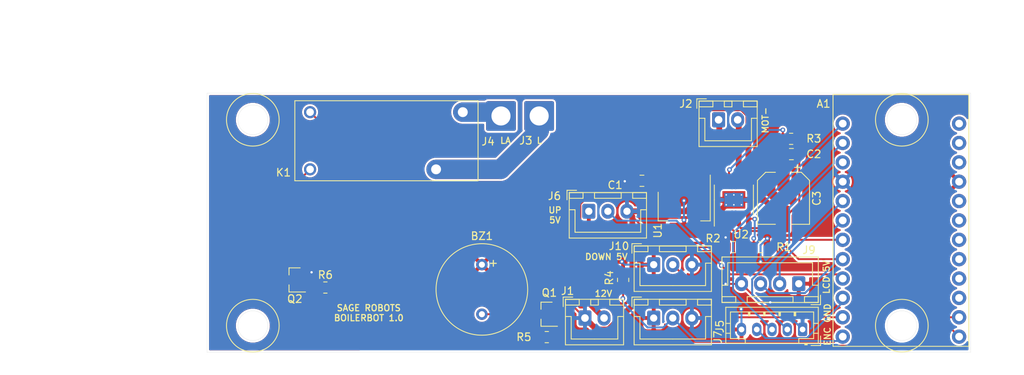
<source format=kicad_pcb>
(kicad_pcb (version 20171130) (host pcbnew "(5.1.9)-1")
  (layers (0 F.Cu signal) (31 B.Cu signal) (34 B.Paste user) (35 F.Paste user) (36 B.SilkS user) (37 F.SilkS user) (38 B.Mask user) (39 F.Mask user) (44 Edge.Cuts user))
  (net 0 "")
  (net 1 "Net-(A1-Pad24)")
  (net 2 "Net-(A1-Pad23)")
  (net 3 "Net-(A1-Pad22)")
  (net 4 +5V)
  (net 5 "Net-(A1-Pad20)")
  (net 6 "Net-(A1-Pad19)")
  (net 7 "Net-(A1-Pad18)")
  (net 8 "Net-(A1-Pad17)")
  (net 9 "Net-(A1-Pad16)")
  (net 10 "Net-(A1-Pad15)")
  (net 11 BUZZ)
  (net 12 HEAT)
  (net 13 MOT2)
  (net 14 MOT1)
  (net 15 PB)
  (net 16 TEMP)
  (net 17 DOWN)
  (net 18 UP)
  (net 19 SCL)
  (net 20 SDA)
  (net 21 GND)
  (net 22 "Net-(A1-Pad3)")
  (net 23 ENCB)
  (net 24 ENCA)
  (net 25 "Net-(BZ1-Pad2)")
  (net 26 +12V)
  (net 27 L)
  (net 28 LA)
  (net 29 "Net-(K1-Pad6)")
  (net 30 "Net-(R1-Pad2)")
  (net 31 RS)
  (net 32 "Net-(J2-Pad2)")
  (net 33 "Net-(J2-Pad1)")
  (net 34 "Net-(Q1-Pad1)")
  (net 35 "Net-(Q2-Pad1)")
  (module Connector_Wire:SolderWire-2sqmm_1x01_D2mm_OD3.9mm (layer F.Cu) (at 116.5 51)
    (fp_text reference J4 (at -1.692 3.356) (layer F.SilkS))
    (fp_text value Conn_01x01_Male)
    (pad 1 thru_hole roundrect (at 0 0) (size 3.9 3.9) (drill 2.5) (layers *.Cu *.Mask) (roundrect_rratio 0.06410282051282051) (net 28 LA))
  )
  (module Connector_Wire:SolderWire-2sqmm_1x01_D2mm_OD3.9mm (layer F.Cu) (at 121.5 51)
    (fp_text reference J3 (at -1.739 3.229) (layer F.SilkS))
    (fp_text value Conn_01x01_Male)
    (pad 1 thru_hole roundrect (at 0 0) (size 3.9 3.9) (drill 2.5) (layers *.Cu *.Mask) (roundrect_rratio 0.06410282051282051) (net 27 L))
  )
  (module Resistor_SMD:R_0805_2012Metric_Pad1.20x1.40mm_HandSolder (layer F.Cu) (at 93.5 73.5)
    (fp_text reference R6 (at 0 -1.65) (layer F.SilkS))
    (fp_text value 100)
    (fp_line (start -0.227064 -0.735) (end 0.227064 -0.735) (layer F.SilkS) (width 0.12))
    (fp_line (start -0.227064 0.735) (end 0.227064 0.735) (layer F.SilkS) (width 0.12))
    (pad 2 smd roundrect (at 1 0) (size 1.2 1.4) (layers F.Cu F.Paste F.Mask) (roundrect_rratio 0.2083325) (net 12 HEAT))
    (pad 1 smd roundrect (at -1 0) (size 1.2 1.4) (layers F.Cu F.Paste F.Mask) (roundrect_rratio 0.2083325) (net 35 "Net-(Q2-Pad1)"))
  )
  (module Resistor_SMD:R_0805_2012Metric_Pad1.20x1.40mm_HandSolder (layer F.Cu) (at 122.5 80)
    (fp_text reference R5 (at -3 0) (layer F.SilkS))
    (fp_text value 100)
    (fp_line (start -0.227064 -0.735) (end 0.227064 -0.735) (layer F.SilkS) (width 0.12))
    (fp_line (start -0.227064 0.735) (end 0.227064 0.735) (layer F.SilkS) (width 0.12))
    (pad 2 smd roundrect (at 1 0) (size 1.2 1.4) (layers F.Cu F.Paste F.Mask) (roundrect_rratio 0.2083325) (net 11 BUZZ))
    (pad 1 smd roundrect (at -1 0) (size 1.2 1.4) (layers F.Cu F.Paste F.Mask) (roundrect_rratio 0.2083325) (net 34 "Net-(Q1-Pad1)"))
  )
  (module Connector_JST:JST_XH_B2B-XH-A_1x02_P2.50mm_Vertical (layer F.Cu) (at 145 51.5)
    (fp_text reference J2 (at -4.284 -2.097) (layer F.SilkS))
    (fp_text value Conn_01x02_Male)
    (fp_line (start -2.56 -2.46) (end -2.56 3.51) (layer F.SilkS) (width 0.12))
    (fp_line (start -2.56 3.51) (end 5.06 3.51) (layer F.SilkS) (width 0.12))
    (fp_line (start 5.06 3.51) (end 5.06 -2.46) (layer F.SilkS) (width 0.12))
    (fp_line (start 5.06 -2.46) (end -2.56 -2.46) (layer F.SilkS) (width 0.12))
    (fp_line (start 0.75 -2.45) (end 0.75 -1.7) (layer F.SilkS) (width 0.12))
    (fp_line (start 0.75 -1.7) (end 1.75 -1.7) (layer F.SilkS) (width 0.12))
    (fp_line (start 1.75 -1.7) (end 1.75 -2.45) (layer F.SilkS) (width 0.12))
    (fp_line (start 1.75 -2.45) (end 0.75 -2.45) (layer F.SilkS) (width 0.12))
    (fp_line (start -2.55 -2.45) (end -2.55 -1.7) (layer F.SilkS) (width 0.12))
    (fp_line (start -2.55 -1.7) (end -0.75 -1.7) (layer F.SilkS) (width 0.12))
    (fp_line (start -0.75 -1.7) (end -0.75 -2.45) (layer F.SilkS) (width 0.12))
    (fp_line (start -0.75 -2.45) (end -2.55 -2.45) (layer F.SilkS) (width 0.12))
    (fp_line (start 3.25 -2.45) (end 3.25 -1.7) (layer F.SilkS) (width 0.12))
    (fp_line (start 3.25 -1.7) (end 5.05 -1.7) (layer F.SilkS) (width 0.12))
    (fp_line (start 5.05 -1.7) (end 5.05 -2.45) (layer F.SilkS) (width 0.12))
    (fp_line (start 5.05 -2.45) (end 3.25 -2.45) (layer F.SilkS) (width 0.12))
    (fp_line (start -2.55 -0.2) (end -1.8 -0.2) (layer F.SilkS) (width 0.12))
    (fp_line (start -1.8 -0.2) (end -1.8 2.75) (layer F.SilkS) (width 0.12))
    (fp_line (start -1.8 2.75) (end 1.25 2.75) (layer F.SilkS) (width 0.12))
    (fp_line (start 5.05 -0.2) (end 4.3 -0.2) (layer F.SilkS) (width 0.12))
    (fp_line (start 4.3 -0.2) (end 4.3 2.75) (layer F.SilkS) (width 0.12))
    (fp_line (start 4.3 2.75) (end 1.25 2.75) (layer F.SilkS) (width 0.12))
    (fp_line (start -1.6 -2.75) (end -2.85 -2.75) (layer F.SilkS) (width 0.12))
    (fp_line (start -2.85 -2.75) (end -2.85 -1.5) (layer F.SilkS) (width 0.12))
    (pad 2 thru_hole oval (at 2.5 0) (size 1.7 2) (drill 1) (layers *.Cu *.Mask) (net 32 "Net-(J2-Pad2)"))
    (pad 1 thru_hole roundrect (at 0 0) (size 1.7 2) (drill 1) (layers *.Cu *.Mask) (roundrect_rratio 0.1470588235294118) (net 33 "Net-(J2-Pad1)"))
  )
  (module Connector_JST:JST_XH_B2B-XH-A_1x02_P2.50mm_Vertical (layer F.Cu) (at 127.5 77.5)
    (fp_text reference J1 (at -2.278 -3.55) (layer F.SilkS))
    (fp_text value Conn_01x02_Male)
    (fp_line (start -2.56 -2.46) (end -2.56 3.51) (layer F.SilkS) (width 0.12))
    (fp_line (start -2.56 3.51) (end 5.06 3.51) (layer F.SilkS) (width 0.12))
    (fp_line (start 5.06 3.51) (end 5.06 -2.46) (layer F.SilkS) (width 0.12))
    (fp_line (start 5.06 -2.46) (end -2.56 -2.46) (layer F.SilkS) (width 0.12))
    (fp_line (start 0.75 -2.45) (end 0.75 -1.7) (layer F.SilkS) (width 0.12))
    (fp_line (start 0.75 -1.7) (end 1.75 -1.7) (layer F.SilkS) (width 0.12))
    (fp_line (start 1.75 -1.7) (end 1.75 -2.45) (layer F.SilkS) (width 0.12))
    (fp_line (start 1.75 -2.45) (end 0.75 -2.45) (layer F.SilkS) (width 0.12))
    (fp_line (start -2.55 -2.45) (end -2.55 -1.7) (layer F.SilkS) (width 0.12))
    (fp_line (start -2.55 -1.7) (end -0.75 -1.7) (layer F.SilkS) (width 0.12))
    (fp_line (start -0.75 -1.7) (end -0.75 -2.45) (layer F.SilkS) (width 0.12))
    (fp_line (start -0.75 -2.45) (end -2.55 -2.45) (layer F.SilkS) (width 0.12))
    (fp_line (start 3.25 -2.45) (end 3.25 -1.7) (layer F.SilkS) (width 0.12))
    (fp_line (start 3.25 -1.7) (end 5.05 -1.7) (layer F.SilkS) (width 0.12))
    (fp_line (start 5.05 -1.7) (end 5.05 -2.45) (layer F.SilkS) (width 0.12))
    (fp_line (start 5.05 -2.45) (end 3.25 -2.45) (layer F.SilkS) (width 0.12))
    (fp_line (start -2.55 -0.2) (end -1.8 -0.2) (layer F.SilkS) (width 0.12))
    (fp_line (start -1.8 -0.2) (end -1.8 2.75) (layer F.SilkS) (width 0.12))
    (fp_line (start -1.8 2.75) (end 1.25 2.75) (layer F.SilkS) (width 0.12))
    (fp_line (start 5.05 -0.2) (end 4.3 -0.2) (layer F.SilkS) (width 0.12))
    (fp_line (start 4.3 -0.2) (end 4.3 2.75) (layer F.SilkS) (width 0.12))
    (fp_line (start 4.3 2.75) (end 1.25 2.75) (layer F.SilkS) (width 0.12))
    (fp_line (start -1.6 -2.75) (end -2.85 -2.75) (layer F.SilkS) (width 0.12))
    (fp_line (start -2.85 -2.75) (end -2.85 -1.5) (layer F.SilkS) (width 0.12))
    (pad 2 thru_hole oval (at 2.5 0) (size 1.7 2) (drill 1) (layers *.Cu *.Mask) (net 26 +12V))
    (pad 1 thru_hole roundrect (at 0 0) (size 1.7 2) (drill 1) (layers *.Cu *.Mask) (roundrect_rratio 0.1470588235294118) (net 21 GND))
  )
  (module BoilerBot:OMRON_G5PZ-1A (layer F.Cu) (at 101.5 54.25)
    (fp_text reference K1 (at -13.489 4.17) (layer F.SilkS))
    (fp_text value ADW11)
    (fp_line (start -12 -5.25) (end 12 -5.25) (layer F.SilkS) (width 0.12))
    (fp_line (start -12 5.25) (end -12 -5.25) (layer F.SilkS) (width 0.12))
    (fp_line (start 12 -5.25) (end 12 5.25) (layer F.SilkS) (width 0.12))
    (fp_line (start 12 5.25) (end -12 5.25) (layer F.SilkS) (width 0.12))
    (pad 3 thru_hole circle (at 10 -3.75) (size 2.5 2.5) (drill 1.3) (layers *.Cu *.Mask) (net 28 LA))
    (pad 5 thru_hole circle (at 6.5 3.75) (size 2.5 2.5) (drill 1.3) (layers *.Cu *.Mask) (net 27 L))
    (pad 1 thru_hole circle (at -10 -3.75) (size 1.6 1.6) (drill 1) (layers *.Cu *.Mask) (net 26 +12V))
    (pad 6 thru_hole circle (at -10 3.75) (size 1.6 1.6) (drill 1) (layers *.Cu *.Mask) (net 29 "Net-(K1-Pad6)"))
  )
  (module Capacitor_SMD:CP_Elec_6.3x7.7 (layer F.Cu) (at 153.5 61.8 270)
    (fp_text reference C3 (at 0 -4.35 90) (layer F.SilkS))
    (fp_text value 100U)
    (fp_line (start 3.41 3.41) (end 3.41 1.06) (layer F.SilkS) (width 0.12))
    (fp_line (start 3.41 -3.41) (end 3.41 -1.06) (layer F.SilkS) (width 0.12))
    (fp_line (start -2.345563 -3.41) (end 3.41 -3.41) (layer F.SilkS) (width 0.12))
    (fp_line (start -2.345563 3.41) (end 3.41 3.41) (layer F.SilkS) (width 0.12))
    (fp_line (start -3.41 2.345563) (end -3.41 1.06) (layer F.SilkS) (width 0.12))
    (fp_line (start -3.41 -2.345563) (end -3.41 -1.06) (layer F.SilkS) (width 0.12))
    (fp_line (start -3.41 -2.345563) (end -2.345563 -3.41) (layer F.SilkS) (width 0.12))
    (fp_line (start -3.41 2.345563) (end -2.345563 3.41) (layer F.SilkS) (width 0.12))
    (fp_line (start -4.4375 -1.8475) (end -3.65 -1.8475) (layer F.SilkS) (width 0.12))
    (fp_line (start -4.04375 -2.24125) (end -4.04375 -1.45375) (layer F.SilkS) (width 0.12))
    (pad 2 smd roundrect (at 2.7 0 270) (size 3.5 1.6) (layers F.Cu F.Paste F.Mask) (roundrect_rratio 0.15625) (net 21 GND))
    (pad 1 smd roundrect (at -2.7 0 270) (size 3.5 1.6) (layers F.Cu F.Paste F.Mask) (roundrect_rratio 0.15625) (net 26 +12V))
  )
  (module Package_SO:SOIC-8-1EP_3.9x4.9mm_P1.27mm_EP2.29x3mm_ThermalVias (layer F.Cu) (at 147 62 90)
    (fp_text reference U2 (at -4.548 0.955 180) (layer F.SilkS))
    (fp_text value TB67H451FNG,EL)
    (fp_line (start 0 -2.56) (end -3.45 -2.56) (layer F.SilkS) (width 0.12))
    (fp_line (start 0 -2.56) (end 1.95 -2.56) (layer F.SilkS) (width 0.12))
    (fp_line (start 0 2.56) (end -1.95 2.56) (layer F.SilkS) (width 0.12))
    (fp_line (start 0 2.56) (end 1.95 2.56) (layer F.SilkS) (width 0.12))
    (pad 9 smd rect (at 0 0 90) (size 1.8 2.5) (layers B.Cu) (net 21 GND))
    (pad 9 thru_hole circle (at 0.65 1 90) (size 0.5 0.5) (drill 0.2) (layers *.Cu) (net 21 GND))
    (pad 9 thru_hole circle (at -0.65 1 90) (size 0.5 0.5) (drill 0.2) (layers *.Cu) (net 21 GND))
    (pad 9 thru_hole circle (at 0.65 0 90) (size 0.5 0.5) (drill 0.2) (layers *.Cu) (net 21 GND))
    (pad 9 thru_hole circle (at -0.65 0 90) (size 0.5 0.5) (drill 0.2) (layers *.Cu) (net 21 GND))
    (pad 9 thru_hole circle (at 0.65 -1 90) (size 0.5 0.5) (drill 0.2) (layers *.Cu) (net 21 GND))
    (pad 9 thru_hole circle (at -0.65 -1 90) (size 0.5 0.5) (drill 0.2) (layers *.Cu) (net 21 GND))
    (pad 9 smd rect (at 0 0 90) (size 2.29 3) (layers F.Cu F.Mask) (net 21 GND))
    (pad 8 smd roundrect (at 2.475 -1.905 90) (size 1.95 0.6) (layers F.Cu F.Paste F.Mask) (net 33 "Net-(J2-Pad1)"))
    (pad 7 smd roundrect (at 2.475 -0.635 90) (size 1.95 0.6) (layers F.Cu F.Paste F.Mask) (net 31 RS))
    (pad 6 smd roundrect (at 2.475 0.635 90) (size 1.95 0.6) (layers F.Cu F.Paste F.Mask) (net 32 "Net-(J2-Pad2)"))
    (pad 5 smd roundrect (at 2.475 1.905 90) (size 1.95 0.6) (layers F.Cu F.Paste F.Mask) (net 26 +12V))
    (pad 4 smd roundrect (at -2.475 1.905 90) (size 1.95 0.6) (layers F.Cu F.Paste F.Mask) (net 30 "Net-(R1-Pad2)"))
    (pad 3 smd roundrect (at -2.475 0.635 90) (size 1.95 0.6) (layers F.Cu F.Paste F.Mask) (net 14 MOT1))
    (pad 2 smd roundrect (at -2.475 -0.635 90) (size 1.95 0.6) (layers F.Cu F.Paste F.Mask) (net 13 MOT2))
    (pad 1 smd roundrect (at -2.475 -1.905 90) (size 1.95 0.6) (layers F.Cu F.Paste F.Mask) (net 21 GND))
  )
  (module Package_TO_SOT_SMD:SOT-223-3_TabPin2 (layer F.Cu) (at 140.5 62.85 270)
    (fp_text reference U1 (at 3.19 3.467 90) (layer F.SilkS))
    (fp_text value AZ1117-5.0)
    (fp_line (start -4.1 -3.41) (end 1.91 -3.41) (layer F.SilkS) (width 0.12))
    (fp_line (start -1.85 3.41) (end 1.91 3.41) (layer F.SilkS) (width 0.12))
    (fp_line (start 1.91 -3.41) (end 1.91 -2.15) (layer F.SilkS) (width 0.12))
    (fp_line (start 1.91 3.41) (end 1.91 2.15) (layer F.SilkS) (width 0.12))
    (pad 1 smd rect (at -3.15 -2.3 270) (size 2 1.5) (layers F.Cu F.Paste F.Mask) (net 21 GND))
    (pad 3 smd rect (at -3.15 2.3 270) (size 2 1.5) (layers F.Cu F.Paste F.Mask) (net 26 +12V))
    (pad 2 smd rect (at -3.15 0 270) (size 2 1.5) (layers F.Cu F.Paste F.Mask) (net 4 +5V))
    (pad 2 smd rect (at 3.15 0 270) (size 2 3.8) (layers F.Cu F.Paste F.Mask) (net 4 +5V))
  )
  (module Resistor_SMD:R_0805_2012Metric_Pad1.20x1.40mm_HandSolder (layer F.Cu) (at 132.5 72.5 270)
    (fp_text reference R4 (at -0.268 1.817 90) (layer F.SilkS))
    (fp_text value 4.7K)
    (fp_line (start -0.227064 0.735) (end 0.227064 0.735) (layer F.SilkS) (width 0.12))
    (fp_line (start -0.227064 -0.735) (end 0.227064 -0.735) (layer F.SilkS) (width 0.12))
    (pad 2 smd roundrect (at 1 0 270) (size 1.2 1.4) (layers F.Cu F.Paste F.Mask) (roundrect_rratio 0.2083325) (net 16 TEMP))
    (pad 1 smd roundrect (at -1 0 270) (size 1.2 1.4) (layers F.Cu F.Paste F.Mask) (roundrect_rratio 0.2083325) (net 4 +5V))
  )
  (module Resistor_SMD:R_0805_2012Metric_Pad1.20x1.40mm_HandSolder (layer F.Cu) (at 154.5 54)
    (fp_text reference R3 (at 2.98 -0.025) (layer F.SilkS))
    (fp_text value 0.1)
    (fp_line (start -0.227064 0.735) (end 0.227064 0.735) (layer F.SilkS) (width 0.12))
    (fp_line (start -0.227064 -0.735) (end 0.227064 -0.735) (layer F.SilkS) (width 0.12))
    (pad 2 smd roundrect (at 1 0) (size 1.2 1.4) (layers F.Cu F.Paste F.Mask) (roundrect_rratio 0.2083325) (net 21 GND))
    (pad 1 smd roundrect (at -1 0) (size 1.2 1.4) (layers F.Cu F.Paste F.Mask) (roundrect_rratio 0.2083325) (net 31 RS))
  )
  (module Resistor_SMD:R_0805_2012Metric_Pad1.20x1.40mm_HandSolder (layer F.Cu) (at 147 68.199 180)
    (fp_text reference R2 (at 2.728 1.143) (layer F.SilkS))
    (fp_text value 2.2K)
    (fp_line (start -0.227064 0.735) (end 0.227064 0.735) (layer F.SilkS) (width 0.12))
    (fp_line (start -0.227064 -0.735) (end 0.227064 -0.735) (layer F.SilkS) (width 0.12))
    (pad 2 smd roundrect (at 1 0 180) (size 1.2 1.4) (layers F.Cu F.Paste F.Mask) (roundrect_rratio 0.2083325) (net 21 GND))
    (pad 1 smd roundrect (at -1 0 180) (size 1.2 1.4) (layers F.Cu F.Paste F.Mask) (roundrect_rratio 0.2083325) (net 30 "Net-(R1-Pad2)"))
  )
  (module Resistor_SMD:R_0805_2012Metric_Pad1.20x1.40mm_HandSolder (layer F.Cu) (at 150.5 68.199 180)
    (fp_text reference R1 (at -3.043 0) (layer F.SilkS))
    (fp_text value 10k)
    (fp_line (start -0.227064 0.735) (end 0.227064 0.735) (layer F.SilkS) (width 0.12))
    (fp_line (start -0.227064 -0.735) (end 0.227064 -0.735) (layer F.SilkS) (width 0.12))
    (pad 2 smd roundrect (at 1 0 180) (size 1.2 1.4) (layers F.Cu F.Paste F.Mask) (roundrect_rratio 0.2083325) (net 30 "Net-(R1-Pad2)"))
    (pad 1 smd roundrect (at -1 0 180) (size 1.2 1.4) (layers F.Cu F.Paste F.Mask) (roundrect_rratio 0.2083325) (net 4 +5V))
  )
  (module Package_TO_SOT_SMD:SOT-23 (layer F.Cu) (at 89.5 72.5 180)
    (fp_text reference Q2 (at 0 -2.5) (layer F.SilkS))
    (fp_text value 2N7002)
    (fp_line (start 0.76 1.58) (end -0.7 1.58) (layer F.SilkS) (width 0.12))
    (fp_line (start 0.76 -1.58) (end -1.4 -1.58) (layer F.SilkS) (width 0.12))
    (fp_line (start 0.76 -1.58) (end 0.76 -0.65) (layer F.SilkS) (width 0.12))
    (fp_line (start 0.76 1.58) (end 0.76 0.65) (layer F.SilkS) (width 0.12))
    (pad 3 smd rect (at 1 0 180) (size 0.9 0.8) (layers F.Cu F.Paste F.Mask) (net 29 "Net-(K1-Pad6)"))
    (pad 2 smd rect (at -1 0.95 180) (size 0.9 0.8) (layers F.Cu F.Paste F.Mask) (net 21 GND))
    (pad 1 smd rect (at -1 -0.95 180) (size 0.9 0.8) (layers F.Cu F.Paste F.Mask) (net 35 "Net-(Q2-Pad1)"))
  )
  (module Package_TO_SOT_SMD:SOT-23 (layer F.Cu) (at 122.5 77 180)
    (fp_text reference Q1 (at -0.333 2.808) (layer F.SilkS))
    (fp_text value 2N7002)
    (fp_line (start 0.76 1.58) (end -0.7 1.58) (layer F.SilkS) (width 0.12))
    (fp_line (start 0.76 -1.58) (end -1.4 -1.58) (layer F.SilkS) (width 0.12))
    (fp_line (start 0.76 -1.58) (end 0.76 -0.65) (layer F.SilkS) (width 0.12))
    (fp_line (start 0.76 1.58) (end 0.76 0.65) (layer F.SilkS) (width 0.12))
    (pad 3 smd rect (at 1 0 180) (size 0.9 0.8) (layers F.Cu F.Paste F.Mask) (net 25 "Net-(BZ1-Pad2)"))
    (pad 2 smd rect (at -1 0.95 180) (size 0.9 0.8) (layers F.Cu F.Paste F.Mask) (net 21 GND))
    (pad 1 smd rect (at -1 -0.95 180) (size 0.9 0.8) (layers F.Cu F.Paste F.Mask) (net 34 "Net-(Q1-Pad1)"))
  )
  (module Connector_JST:JST_XH_B3B-XH-A_1x03_P2.50mm_Vertical (layer F.Cu) (at 136.5 70.5)
    (fp_text reference J10 (at -4.547 -2.428) (layer F.SilkS))
    (fp_text value Conn_01x03_Male)
    (fp_line (start -2.85 -2.75) (end -2.85 -1.5) (layer F.SilkS) (width 0.12))
    (fp_line (start -1.6 -2.75) (end -2.85 -2.75) (layer F.SilkS) (width 0.12))
    (fp_line (start 6.8 2.75) (end 2.5 2.75) (layer F.SilkS) (width 0.12))
    (fp_line (start 6.8 -0.2) (end 6.8 2.75) (layer F.SilkS) (width 0.12))
    (fp_line (start 7.55 -0.2) (end 6.8 -0.2) (layer F.SilkS) (width 0.12))
    (fp_line (start -1.8 2.75) (end 2.5 2.75) (layer F.SilkS) (width 0.12))
    (fp_line (start -1.8 -0.2) (end -1.8 2.75) (layer F.SilkS) (width 0.12))
    (fp_line (start -2.55 -0.2) (end -1.8 -0.2) (layer F.SilkS) (width 0.12))
    (fp_line (start 7.55 -2.45) (end 5.75 -2.45) (layer F.SilkS) (width 0.12))
    (fp_line (start 7.55 -1.7) (end 7.55 -2.45) (layer F.SilkS) (width 0.12))
    (fp_line (start 5.75 -1.7) (end 7.55 -1.7) (layer F.SilkS) (width 0.12))
    (fp_line (start 5.75 -2.45) (end 5.75 -1.7) (layer F.SilkS) (width 0.12))
    (fp_line (start -0.75 -2.45) (end -2.55 -2.45) (layer F.SilkS) (width 0.12))
    (fp_line (start -0.75 -1.7) (end -0.75 -2.45) (layer F.SilkS) (width 0.12))
    (fp_line (start -2.55 -1.7) (end -0.75 -1.7) (layer F.SilkS) (width 0.12))
    (fp_line (start -2.55 -2.45) (end -2.55 -1.7) (layer F.SilkS) (width 0.12))
    (fp_line (start 4.25 -2.45) (end 0.75 -2.45) (layer F.SilkS) (width 0.12))
    (fp_line (start 4.25 -1.7) (end 4.25 -2.45) (layer F.SilkS) (width 0.12))
    (fp_line (start 0.75 -1.7) (end 4.25 -1.7) (layer F.SilkS) (width 0.12))
    (fp_line (start 0.75 -2.45) (end 0.75 -1.7) (layer F.SilkS) (width 0.12))
    (fp_line (start 7.56 -2.46) (end -2.56 -2.46) (layer F.SilkS) (width 0.12))
    (fp_line (start 7.56 3.51) (end 7.56 -2.46) (layer F.SilkS) (width 0.12))
    (fp_line (start -2.56 3.51) (end 7.56 3.51) (layer F.SilkS) (width 0.12))
    (fp_line (start -2.56 -2.46) (end -2.56 3.51) (layer F.SilkS) (width 0.12))
    (pad 3 thru_hole oval (at 5 0) (size 1.7 1.95) (drill 0.95) (layers *.Cu *.Mask) (net 21 GND))
    (pad 2 thru_hole oval (at 2.5 0) (size 1.7 1.95) (drill 0.95) (layers *.Cu *.Mask) (net 17 DOWN))
    (pad 1 thru_hole roundrect (at 0 0) (size 1.7 1.95) (drill 0.95) (layers *.Cu *.Mask) (roundrect_rratio 0.1470588235294118) (net 4 +5V))
  )
  (module Connector_JST:JST_XH_B4B-XH-A_1x04_P2.50mm_Vertical (layer F.Cu) (at 155.5 73 180)
    (fp_text reference J9 (at -1.345 4.42 180) (layer F.SilkS))
    (fp_text value Conn_01x04_Male)
    (fp_line (start -2.85 -2.75) (end -2.85 -1.5) (layer F.SilkS) (width 0.12))
    (fp_line (start -1.6 -2.75) (end -2.85 -2.75) (layer F.SilkS) (width 0.12))
    (fp_line (start 9.3 2.75) (end 3.75 2.75) (layer F.SilkS) (width 0.12))
    (fp_line (start 9.3 -0.2) (end 9.3 2.75) (layer F.SilkS) (width 0.12))
    (fp_line (start 10.05 -0.2) (end 9.3 -0.2) (layer F.SilkS) (width 0.12))
    (fp_line (start -1.8 2.75) (end 3.75 2.75) (layer F.SilkS) (width 0.12))
    (fp_line (start -1.8 -0.2) (end -1.8 2.75) (layer F.SilkS) (width 0.12))
    (fp_line (start -2.55 -0.2) (end -1.8 -0.2) (layer F.SilkS) (width 0.12))
    (fp_line (start 10.05 -2.45) (end 8.25 -2.45) (layer F.SilkS) (width 0.12))
    (fp_line (start 10.05 -1.7) (end 10.05 -2.45) (layer F.SilkS) (width 0.12))
    (fp_line (start 8.25 -1.7) (end 10.05 -1.7) (layer F.SilkS) (width 0.12))
    (fp_line (start 8.25 -2.45) (end 8.25 -1.7) (layer F.SilkS) (width 0.12))
    (fp_line (start -0.75 -2.45) (end -2.55 -2.45) (layer F.SilkS) (width 0.12))
    (fp_line (start -0.75 -1.7) (end -0.75 -2.45) (layer F.SilkS) (width 0.12))
    (fp_line (start -2.55 -1.7) (end -0.75 -1.7) (layer F.SilkS) (width 0.12))
    (fp_line (start -2.55 -2.45) (end -2.55 -1.7) (layer F.SilkS) (width 0.12))
    (fp_line (start 6.75 -2.45) (end 0.75 -2.45) (layer F.SilkS) (width 0.12))
    (fp_line (start 6.75 -1.7) (end 6.75 -2.45) (layer F.SilkS) (width 0.12))
    (fp_line (start 0.75 -1.7) (end 6.75 -1.7) (layer F.SilkS) (width 0.12))
    (fp_line (start 0.75 -2.45) (end 0.75 -1.7) (layer F.SilkS) (width 0.12))
    (fp_line (start 10.06 -2.46) (end -2.56 -2.46) (layer F.SilkS) (width 0.12))
    (fp_line (start 10.06 3.51) (end 10.06 -2.46) (layer F.SilkS) (width 0.12))
    (fp_line (start -2.56 3.51) (end 10.06 3.51) (layer F.SilkS) (width 0.12))
    (fp_line (start -2.56 -2.46) (end -2.56 3.51) (layer F.SilkS) (width 0.12))
    (pad 4 thru_hole oval (at 7.5 0 180) (size 1.7 1.95) (drill 0.95) (layers *.Cu *.Mask) (net 21 GND))
    (pad 3 thru_hole oval (at 5 0 180) (size 1.7 1.95) (drill 0.95) (layers *.Cu *.Mask) (net 19 SCL))
    (pad 2 thru_hole oval (at 2.5 0 180) (size 1.7 1.95) (drill 0.95) (layers *.Cu *.Mask) (net 20 SDA))
    (pad 1 thru_hole roundrect (at 0 0 180) (size 1.7 1.95) (drill 0.95) (layers *.Cu *.Mask) (roundrect_rratio 0.1470588235294118) (net 4 +5V))
  )
  (module Connector_JST:JST_XH_B3B-XH-A_1x03_P2.50mm_Vertical (layer F.Cu) (at 136.5 77.5)
    (fp_text reference J7 (at 8.407 2.51 270) (layer F.SilkS))
    (fp_text value Conn_01x03_Male)
    (fp_line (start -2.85 -2.75) (end -2.85 -1.5) (layer F.SilkS) (width 0.12))
    (fp_line (start -1.6 -2.75) (end -2.85 -2.75) (layer F.SilkS) (width 0.12))
    (fp_line (start 6.8 2.75) (end 2.5 2.75) (layer F.SilkS) (width 0.12))
    (fp_line (start 6.8 -0.2) (end 6.8 2.75) (layer F.SilkS) (width 0.12))
    (fp_line (start 7.55 -0.2) (end 6.8 -0.2) (layer F.SilkS) (width 0.12))
    (fp_line (start -1.8 2.75) (end 2.5 2.75) (layer F.SilkS) (width 0.12))
    (fp_line (start -1.8 -0.2) (end -1.8 2.75) (layer F.SilkS) (width 0.12))
    (fp_line (start -2.55 -0.2) (end -1.8 -0.2) (layer F.SilkS) (width 0.12))
    (fp_line (start 7.55 -2.45) (end 5.75 -2.45) (layer F.SilkS) (width 0.12))
    (fp_line (start 7.55 -1.7) (end 7.55 -2.45) (layer F.SilkS) (width 0.12))
    (fp_line (start 5.75 -1.7) (end 7.55 -1.7) (layer F.SilkS) (width 0.12))
    (fp_line (start 5.75 -2.45) (end 5.75 -1.7) (layer F.SilkS) (width 0.12))
    (fp_line (start -0.75 -2.45) (end -2.55 -2.45) (layer F.SilkS) (width 0.12))
    (fp_line (start -0.75 -1.7) (end -0.75 -2.45) (layer F.SilkS) (width 0.12))
    (fp_line (start -2.55 -1.7) (end -0.75 -1.7) (layer F.SilkS) (width 0.12))
    (fp_line (start -2.55 -2.45) (end -2.55 -1.7) (layer F.SilkS) (width 0.12))
    (fp_line (start 4.25 -2.45) (end 0.75 -2.45) (layer F.SilkS) (width 0.12))
    (fp_line (start 4.25 -1.7) (end 4.25 -2.45) (layer F.SilkS) (width 0.12))
    (fp_line (start 0.75 -1.7) (end 4.25 -1.7) (layer F.SilkS) (width 0.12))
    (fp_line (start 0.75 -2.45) (end 0.75 -1.7) (layer F.SilkS) (width 0.12))
    (fp_line (start 7.56 -2.46) (end -2.56 -2.46) (layer F.SilkS) (width 0.12))
    (fp_line (start 7.56 3.51) (end 7.56 -2.46) (layer F.SilkS) (width 0.12))
    (fp_line (start -2.56 3.51) (end 7.56 3.51) (layer F.SilkS) (width 0.12))
    (fp_line (start -2.56 -2.46) (end -2.56 3.51) (layer F.SilkS) (width 0.12))
    (pad 3 thru_hole oval (at 5 0) (size 1.7 1.95) (drill 0.95) (layers *.Cu *.Mask) (net 21 GND))
    (pad 2 thru_hole oval (at 2.5 0) (size 1.7 1.95) (drill 0.95) (layers *.Cu *.Mask) (net 16 TEMP))
    (pad 1 thru_hole roundrect (at 0 0) (size 1.7 1.95) (drill 0.95) (layers *.Cu *.Mask) (roundrect_rratio 0.1470588235294118) (net 4 +5V))
  )
  (module Connector_JST:JST_XH_B3B-XH-A_1x03_P2.50mm_Vertical (layer F.Cu) (at 128 63.5)
    (fp_text reference J6 (at -4.5 -2) (layer F.SilkS))
    (fp_text value Conn_01x03_Male)
    (fp_line (start -2.85 -2.75) (end -2.85 -1.5) (layer F.SilkS) (width 0.12))
    (fp_line (start -1.6 -2.75) (end -2.85 -2.75) (layer F.SilkS) (width 0.12))
    (fp_line (start 6.8 2.75) (end 2.5 2.75) (layer F.SilkS) (width 0.12))
    (fp_line (start 6.8 -0.2) (end 6.8 2.75) (layer F.SilkS) (width 0.12))
    (fp_line (start 7.55 -0.2) (end 6.8 -0.2) (layer F.SilkS) (width 0.12))
    (fp_line (start -1.8 2.75) (end 2.5 2.75) (layer F.SilkS) (width 0.12))
    (fp_line (start -1.8 -0.2) (end -1.8 2.75) (layer F.SilkS) (width 0.12))
    (fp_line (start -2.55 -0.2) (end -1.8 -0.2) (layer F.SilkS) (width 0.12))
    (fp_line (start 7.55 -2.45) (end 5.75 -2.45) (layer F.SilkS) (width 0.12))
    (fp_line (start 7.55 -1.7) (end 7.55 -2.45) (layer F.SilkS) (width 0.12))
    (fp_line (start 5.75 -1.7) (end 7.55 -1.7) (layer F.SilkS) (width 0.12))
    (fp_line (start 5.75 -2.45) (end 5.75 -1.7) (layer F.SilkS) (width 0.12))
    (fp_line (start -0.75 -2.45) (end -2.55 -2.45) (layer F.SilkS) (width 0.12))
    (fp_line (start -0.75 -1.7) (end -0.75 -2.45) (layer F.SilkS) (width 0.12))
    (fp_line (start -2.55 -1.7) (end -0.75 -1.7) (layer F.SilkS) (width 0.12))
    (fp_line (start -2.55 -2.45) (end -2.55 -1.7) (layer F.SilkS) (width 0.12))
    (fp_line (start 4.25 -2.45) (end 0.75 -2.45) (layer F.SilkS) (width 0.12))
    (fp_line (start 4.25 -1.7) (end 4.25 -2.45) (layer F.SilkS) (width 0.12))
    (fp_line (start 0.75 -1.7) (end 4.25 -1.7) (layer F.SilkS) (width 0.12))
    (fp_line (start 0.75 -2.45) (end 0.75 -1.7) (layer F.SilkS) (width 0.12))
    (fp_line (start 7.56 -2.46) (end -2.56 -2.46) (layer F.SilkS) (width 0.12))
    (fp_line (start 7.56 3.51) (end 7.56 -2.46) (layer F.SilkS) (width 0.12))
    (fp_line (start -2.56 3.51) (end 7.56 3.51) (layer F.SilkS) (width 0.12))
    (fp_line (start -2.56 -2.46) (end -2.56 3.51) (layer F.SilkS) (width 0.12))
    (pad 3 thru_hole oval (at 5 0) (size 1.7 1.95) (drill 0.95) (layers *.Cu *.Mask) (net 21 GND))
    (pad 2 thru_hole oval (at 2.5 0) (size 1.7 1.95) (drill 0.95) (layers *.Cu *.Mask) (net 18 UP))
    (pad 1 thru_hole roundrect (at 0 0) (size 1.7 1.95) (drill 0.95) (layers *.Cu *.Mask) (roundrect_rratio 0.1470588235294118) (net 4 +5V))
  )
  (module Connector_JST:JST_PH_B5B-PH-K_1x05_P2.00mm_Vertical (layer F.Cu) (at 156 79 180)
    (fp_text reference J5 (at 10.839 0.387 90) (layer F.SilkS))
    (fp_text value Conn_01x05_Male)
    (fp_line (start -2.36 -2.11) (end -2.36 -0.86) (layer F.SilkS) (width 0.12))
    (fp_line (start -1.11 -2.11) (end -2.36 -2.11) (layer F.SilkS) (width 0.12))
    (fp_line (start 7 2.3) (end 7 1.8) (layer F.SilkS) (width 0.12))
    (fp_line (start 7.1 1.8) (end 7.1 2.3) (layer F.SilkS) (width 0.12))
    (fp_line (start 6.9 1.8) (end 7.1 1.8) (layer F.SilkS) (width 0.12))
    (fp_line (start 6.9 2.3) (end 6.9 1.8) (layer F.SilkS) (width 0.12))
    (fp_line (start 5 2.3) (end 5 1.8) (layer F.SilkS) (width 0.12))
    (fp_line (start 5.1 1.8) (end 5.1 2.3) (layer F.SilkS) (width 0.12))
    (fp_line (start 4.9 1.8) (end 5.1 1.8) (layer F.SilkS) (width 0.12))
    (fp_line (start 4.9 2.3) (end 4.9 1.8) (layer F.SilkS) (width 0.12))
    (fp_line (start 3 2.3) (end 3 1.8) (layer F.SilkS) (width 0.12))
    (fp_line (start 3.1 1.8) (end 3.1 2.3) (layer F.SilkS) (width 0.12))
    (fp_line (start 2.9 1.8) (end 3.1 1.8) (layer F.SilkS) (width 0.12))
    (fp_line (start 2.9 2.3) (end 2.9 1.8) (layer F.SilkS) (width 0.12))
    (fp_line (start 1 2.3) (end 1 1.8) (layer F.SilkS) (width 0.12))
    (fp_line (start 1.1 1.8) (end 1.1 2.3) (layer F.SilkS) (width 0.12))
    (fp_line (start 0.9 1.8) (end 1.1 1.8) (layer F.SilkS) (width 0.12))
    (fp_line (start 0.9 2.3) (end 0.9 1.8) (layer F.SilkS) (width 0.12))
    (fp_line (start 10.06 0.8) (end 9.45 0.8) (layer F.SilkS) (width 0.12))
    (fp_line (start 10.06 -0.5) (end 9.45 -0.5) (layer F.SilkS) (width 0.12))
    (fp_line (start -2.06 0.8) (end -1.45 0.8) (layer F.SilkS) (width 0.12))
    (fp_line (start -2.06 -0.5) (end -1.45 -0.5) (layer F.SilkS) (width 0.12))
    (fp_line (start 7.5 -1.2) (end 7.5 -1.81) (layer F.SilkS) (width 0.12))
    (fp_line (start 9.45 -1.2) (end 7.5 -1.2) (layer F.SilkS) (width 0.12))
    (fp_line (start 9.45 2.3) (end 9.45 -1.2) (layer F.SilkS) (width 0.12))
    (fp_line (start -1.45 2.3) (end 9.45 2.3) (layer F.SilkS) (width 0.12))
    (fp_line (start -1.45 -1.2) (end -1.45 2.3) (layer F.SilkS) (width 0.12))
    (fp_line (start 0.5 -1.2) (end -1.45 -1.2) (layer F.SilkS) (width 0.12))
    (fp_line (start 0.5 -1.81) (end 0.5 -1.2) (layer F.SilkS) (width 0.12))
    (fp_line (start -0.3 -1.91) (end -0.6 -1.91) (layer F.SilkS) (width 0.12))
    (fp_line (start -0.6 -2.01) (end -0.6 -1.81) (layer F.SilkS) (width 0.12))
    (fp_line (start -0.3 -2.01) (end -0.6 -2.01) (layer F.SilkS) (width 0.12))
    (fp_line (start -0.3 -1.81) (end -0.3 -2.01) (layer F.SilkS) (width 0.12))
    (fp_line (start 10.06 -1.81) (end -2.06 -1.81) (layer F.SilkS) (width 0.12))
    (fp_line (start 10.06 2.91) (end 10.06 -1.81) (layer F.SilkS) (width 0.12))
    (fp_line (start -2.06 2.91) (end 10.06 2.91) (layer F.SilkS) (width 0.12))
    (fp_line (start -2.06 -1.81) (end -2.06 2.91) (layer F.SilkS) (width 0.12))
    (pad 5 thru_hole oval (at 8 0 180) (size 1.2 1.75) (drill 0.75) (layers *.Cu *.Mask) (net 4 +5V))
    (pad 4 thru_hole oval (at 6 0 180) (size 1.2 1.75) (drill 0.75) (layers *.Cu *.Mask) (net 15 PB))
    (pad 3 thru_hole oval (at 4 0 180) (size 1.2 1.75) (drill 0.75) (layers *.Cu *.Mask) (net 24 ENCA))
    (pad 2 thru_hole oval (at 2 0 180) (size 1.2 1.75) (drill 0.75) (layers *.Cu *.Mask) (net 23 ENCB))
    (pad 1 thru_hole roundrect (at 0 0 180) (size 1.2 1.75) (drill 0.75) (layers *.Cu *.Mask) (roundrect_rratio 0.2083325) (net 21 GND))
  )
  (module Capacitor_SMD:C_0805_2012Metric_Pad1.18x1.45mm_HandSolder (layer F.Cu) (at 154.5375 56)
    (fp_text reference C2 (at 2.9425 0.007) (layer F.SilkS))
    (fp_text value 0.1U)
    (fp_line (start -0.261252 0.735) (end 0.261252 0.735) (layer F.SilkS) (width 0.12))
    (fp_line (start -0.261252 -0.735) (end 0.261252 -0.735) (layer F.SilkS) (width 0.12))
    (pad 2 smd roundrect (at 1.0375 0) (size 1.175 1.45) (layers F.Cu F.Paste F.Mask) (roundrect_rratio 0.2127659574468085) (net 21 GND))
    (pad 1 smd roundrect (at -1.0375 0) (size 1.175 1.45) (layers F.Cu F.Paste F.Mask) (roundrect_rratio 0.2127659574468085) (net 26 +12V))
  )
  (module Capacitor_SMD:C_0805_2012Metric_Pad1.18x1.45mm_HandSolder (layer F.Cu) (at 134.9625 59.5 180)
    (fp_text reference C1 (at 3.5175 -0.571) (layer F.SilkS))
    (fp_text value 22u)
    (fp_line (start -0.261252 0.735) (end 0.261252 0.735) (layer F.SilkS) (width 0.12))
    (fp_line (start -0.261252 -0.735) (end 0.261252 -0.735) (layer F.SilkS) (width 0.12))
    (pad 2 smd roundrect (at 1.0375 0 180) (size 1.175 1.45) (layers F.Cu F.Paste F.Mask) (roundrect_rratio 0.2127659574468085) (net 21 GND))
    (pad 1 smd roundrect (at -1.0375 0 180) (size 1.175 1.45) (layers F.Cu F.Paste F.Mask) (roundrect_rratio 0.2127659574468085) (net 26 +12V))
  )
  (module BoilerBot:PUI_AT-1224-TWT-5V-2-R (layer F.Cu) (at 114 73.75)
    (fp_text reference BZ1 (at 0 -7) (layer F.SilkS))
    (fp_text value PS1240P02BT)
    (fp_circle (center 0 0) (end 6 0) (layer F.SilkS) (width 0.12))
    (fp_text user + (at 1.5 -3.5) (layer F.SilkS))
    (pad 2 thru_hole circle (at 0 3.25) (size 1.5 1.5) (drill 0.8) (layers *.Cu *.Mask) (net 25 "Net-(BZ1-Pad2)"))
    (pad 1 thru_hole circle (at 0 -3.25) (size 1.5 1.5) (drill 0.8) (layers *.Cu *.Mask) (net 4 +5V))
  )
  (module BoilerBot:SPARKFUN_PRO_MICRO (layer F.Cu) (at 168.88 52)
    (fp_text reference A1 (at -10.13 -2.597) (layer F.SilkS))
    (fp_text value SPARKFUN_PRO_MICRO)
    (fp_line (start 8.89 -3.81) (end -8.89 -3.81) (layer F.SilkS) (width 0.12))
    (fp_line (start 8.89 29.21) (end 8.89 -3.81) (layer F.SilkS) (width 0.12))
    (fp_line (start -8.89 29.21) (end 8.89 29.21) (layer F.SilkS) (width 0.12))
    (fp_line (start -8.89 -3.81) (end -8.89 29.21) (layer F.SilkS) (width 0.12))
    (pad 24 thru_hole circle (at 7.62 0) (size 1.8796 1.8796) (drill 1.016) (layers *.Cu *.Mask) (net 1 "Net-(A1-Pad24)"))
    (pad 23 thru_hole circle (at 7.62 2.54) (size 1.8796 1.8796) (drill 1.016) (layers *.Cu *.Mask) (net 2 "Net-(A1-Pad23)"))
    (pad 22 thru_hole circle (at 7.62 5.08) (size 1.8796 1.8796) (drill 1.016) (layers *.Cu *.Mask) (net 3 "Net-(A1-Pad22)"))
    (pad 21 thru_hole circle (at 7.62 7.62) (size 1.8796 1.8796) (drill 1.016) (layers *.Cu *.Mask) (net 4 +5V))
    (pad 20 thru_hole circle (at 7.62 10.16) (size 1.8796 1.8796) (drill 1.016) (layers *.Cu *.Mask) (net 5 "Net-(A1-Pad20)"))
    (pad 19 thru_hole circle (at 7.62 12.7) (size 1.8796 1.8796) (drill 1.016) (layers *.Cu *.Mask) (net 6 "Net-(A1-Pad19)"))
    (pad 18 thru_hole circle (at 7.62 15.24) (size 1.8796 1.8796) (drill 1.016) (layers *.Cu *.Mask) (net 7 "Net-(A1-Pad18)"))
    (pad 17 thru_hole circle (at 7.62 17.78) (size 1.8796 1.8796) (drill 1.016) (layers *.Cu *.Mask) (net 8 "Net-(A1-Pad17)"))
    (pad 16 thru_hole circle (at 7.62 20.32) (size 1.8796 1.8796) (drill 1.016) (layers *.Cu *.Mask) (net 9 "Net-(A1-Pad16)"))
    (pad 15 thru_hole circle (at 7.62 22.86) (size 1.8796 1.8796) (drill 1.016) (layers *.Cu *.Mask) (net 10 "Net-(A1-Pad15)"))
    (pad 14 thru_hole circle (at 7.62 25.4) (size 1.8796 1.8796) (drill 1.016) (layers *.Cu *.Mask) (net 11 BUZZ))
    (pad 13 thru_hole circle (at 7.62 27.94) (size 1.8796 1.8796) (drill 1.016) (layers *.Cu *.Mask) (net 12 HEAT))
    (pad 12 thru_hole circle (at -7.62 27.94) (size 1.8796 1.8796) (drill 1.016) (layers *.Cu *.Mask) (net 16 TEMP))
    (pad 11 thru_hole circle (at -7.62 25.4) (size 1.8796 1.8796) (drill 1.016) (layers *.Cu *.Mask) (net 17 DOWN))
    (pad 10 thru_hole circle (at -7.62 22.86) (size 1.8796 1.8796) (drill 1.016) (layers *.Cu *.Mask) (net 15 PB))
    (pad 9 thru_hole circle (at -7.62 20.32) (size 1.8796 1.8796) (drill 1.016) (layers *.Cu *.Mask) (net 18 UP))
    (pad 8 thru_hole circle (at -7.62 17.78) (size 1.8796 1.8796) (drill 1.016) (layers *.Cu *.Mask) (net 13 MOT2))
    (pad 7 thru_hole circle (at -7.62 15.24) (size 1.8796 1.8796) (drill 1.016) (layers *.Cu *.Mask) (net 14 MOT1))
    (pad 6 thru_hole circle (at -7.62 12.7) (size 1.8796 1.8796) (drill 1.016) (layers *.Cu *.Mask) (net 19 SCL))
    (pad 5 thru_hole circle (at -7.62 10.16) (size 1.8796 1.8796) (drill 1.016) (layers *.Cu *.Mask) (net 20 SDA))
    (pad 4 thru_hole circle (at -7.62 7.62) (size 1.8796 1.8796) (drill 1.016) (layers *.Cu *.Mask) (net 21 GND))
    (pad 3 thru_hole circle (at -7.62 5.08) (size 1.8796 1.8796) (drill 1.016) (layers *.Cu *.Mask) (net 22 "Net-(A1-Pad3)"))
    (pad 2 thru_hole circle (at -7.62 2.54) (size 1.8796 1.8796) (drill 1.016) (layers *.Cu *.Mask) (net 23 ENCB))
    (pad 1 thru_hole circle (at -7.62 0) (size 1.8796 1.8796) (drill 1.016) (layers *.Cu *.Mask) (net 24 ENCA))
  )
  (gr_text "SAGE ROBOTS\nBOILERBOT 1.0" (at 99.187 76.835) (layer F.SilkS) (effects (font (size 0.8128 0.8128) (thickness 0.1524))))
  (gr_text "ENC GND" (at 159.258 78.359 90) (layer F.SilkS) (effects (font (size 0.8128 0.8128) (thickness 0.1524))))
  (gr_text "LCD 5V" (at 159.131 72.136 90) (layer F.SilkS) (effects (font (size 0.8128 0.8128) (thickness 0.1524))))
  (gr_text "DOWN 5V" (at 130.302 69.469) (layer F.SilkS) (effects (font (size 0.8128 0.8128) (thickness 0.1524))))
  (gr_text "UP\n5V" (at 123.571 64.008) (layer F.SilkS) (effects (font (size 0.8128 0.8128) (thickness 0.1524))))
  (gr_text MOT- (at 151.13 51.562 90) (layer F.SilkS) (effects (font (size 0.8128 0.8128) (thickness 0.1524))))
  (gr_text L (at 121.539 54.229) (layer F.SilkS) (effects (font (size 0.8128 0.8128) (thickness 0.1524))))
  (gr_text 12V (at 129.921 74.295) (layer F.SilkS) (effects (font (size 0.8128 0.8128) (thickness 0.1524))))
  (gr_text LA (at 117.094 54.229) (layer F.SilkS) (effects (font (size 0.8128 0.8128) (thickness 0.1524))))
  (gr_circle (center 84 78.5) (end 85.95 78.5) (layer Edge.Cuts) (width 0.0254))
  (gr_circle (center 84 78.5) (end 87.45 78.5) (layer F.SilkS) (width 0.12))
  (gr_circle (center 169 78.5) (end 170.95 78.5) (layer Edge.Cuts) (width 0.0254))
  (gr_circle (center 169 78.5) (end 172.45 78.5) (layer F.SilkS) (width 0.12))
  (gr_line (start 78 82) (end 78 48) (layer Edge.Cuts) (width 0.0254))
  (gr_line (start 178 82) (end 78 82) (layer Edge.Cuts) (width 0.0254))
  (gr_line (start 178 48) (end 178 82) (layer Edge.Cuts) (width 0.0254))
  (gr_circle (center 169 51.5) (end 172.45 51.5) (layer F.SilkS) (width 0.12))
  (gr_circle (center 84 51.5) (end 87.45 51.5) (layer F.SilkS) (width 0.12))
  (gr_circle (center 169 51.5) (end 170.95 51.5) (layer Edge.Cuts) (width 0.0254))
  (gr_circle (center 84 51.5) (end 85.95 51.5) (layer Edge.Cuts) (width 0.0254))
  (gr_line (start 78 48) (end 178 48) (layer Edge.Cuts) (width 0.0254))
  (via (at 147.955 76.327) (size 0.6096) (drill 0.3048) (layers F.Cu B.Cu) (net 4))
  (segment (start 148 76.372) (end 147.955 76.327) (width 0.254) (layer B.Cu) (net 4))
  (segment (start 148 79) (end 148 76.372) (width 0.254) (layer B.Cu) (net 4))
  (via (at 151.384 67.056) (size 0.6096) (drill 0.3048) (layers F.Cu B.Cu) (net 4))
  (segment (start 151.5 67.172) (end 151.384 67.056) (width 0.254) (layer F.Cu) (net 4))
  (segment (start 151.5 68.199) (end 151.5 67.172) (width 0.254) (layer F.Cu) (net 4))
  (via (at 150.495 70.104) (size 0.6096) (drill 0.3048) (layers F.Cu B.Cu) (net 4))
  (segment (start 150.495 67.945) (end 150.495 70.104) (width 0.254) (layer B.Cu) (net 4))
  (segment (start 151.384 67.056) (end 150.495 67.945) (width 0.254) (layer B.Cu) (net 4))
  (segment (start 132.5 70.27) (end 132.334 70.104) (width 0.254) (layer F.Cu) (net 4))
  (via (at 132.334 70.104) (size 0.6096) (drill 0.3048) (layers F.Cu B.Cu) (net 4))
  (segment (start 132.5 71.5) (end 132.5 70.27) (width 0.254) (layer F.Cu) (net 4))
  (segment (start 132.73 70.5) (end 136.5 70.5) (width 0.254) (layer B.Cu) (net 4))
  (segment (start 132.334 70.104) (end 132.73 70.5) (width 0.254) (layer B.Cu) (net 4))
  (via (at 140.462 62.103) (size 0.6096) (drill 0.3048) (layers F.Cu B.Cu) (net 4))
  (segment (start 140.5 62.065) (end 140.462 62.103) (width 0.254) (layer F.Cu) (net 4))
  (segment (start 140.5 59.7) (end 140.5 62.065) (width 0.254) (layer F.Cu) (net 4))
  (via (at 140.462 64.643) (size 0.6096) (drill 0.3048) (layers F.Cu B.Cu) (net 4))
  (segment (start 140.462 62.103) (end 140.462 64.643) (width 0.254) (layer B.Cu) (net 4))
  (segment (start 140.5 66) (end 140.5 64.681) (width 0.254) (layer F.Cu) (net 4))
  (segment (start 140.5 64.681) (end 140.462 64.643) (width 0.254) (layer F.Cu) (net 4))
  (segment (start 176.5 77.4) (end 174.809 77.4) (width 0.254) (layer F.Cu) (net 11))
  (segment (start 174.809 77.4) (end 171.45 74.041) (width 0.254) (layer F.Cu) (net 11))
  (segment (start 171.45 74.041) (end 167.513 74.041) (width 0.254) (layer F.Cu) (net 11))
  (segment (start 167.513 74.041) (end 164.826801 76.727199) (width 0.254) (layer F.Cu) (net 11))
  (segment (start 164.826801 76.727199) (end 164.826801 81.133801) (width 0.254) (layer F.Cu) (net 11))
  (segment (start 126.683801 81.133801) (end 164.826801 81.133801) (width 0.254) (layer F.Cu) (net 11))
  (segment (start 125.55 80) (end 126.661 81.111) (width 0.254) (layer F.Cu) (net 11))
  (segment (start 123.5 80) (end 125.55 80) (width 0.254) (layer F.Cu) (net 11))
  (segment (start 126.661 81.111) (end 126.683801 81.133801) (width 0.254) (layer F.Cu) (net 11))
  (segment (start 165.481 81.534) (end 165.481 77.089) (width 0.254) (layer F.Cu) (net 12))
  (segment (start 98.584 81.534) (end 165.481 81.534) (width 0.254) (layer F.Cu) (net 12))
  (segment (start 165.481 77.089) (end 167.767 74.803) (width 0.254) (layer F.Cu) (net 12))
  (segment (start 171.363 74.803) (end 176.5 79.94) (width 0.254) (layer F.Cu) (net 12))
  (segment (start 167.767 74.803) (end 171.363 74.803) (width 0.254) (layer F.Cu) (net 12))
  (segment (start 94.5 77.45) (end 98.584 81.534) (width 0.254) (layer F.Cu) (net 12))
  (segment (start 94.5 73.5) (end 94.5 77.45) (width 0.254) (layer F.Cu) (net 12))
  (segment (start 147.00002 66.08502) (end 151.783412 66.08502) (width 0.254) (layer F.Cu) (net 13))
  (segment (start 146.365 65.45) (end 147.00002 66.08502) (width 0.254) (layer F.Cu) (net 13))
  (segment (start 146.365 64.475) (end 146.365 65.45) (width 0.254) (layer F.Cu) (net 13))
  (segment (start 155.478392 69.78) (end 161.26 69.78) (width 0.254) (layer F.Cu) (net 13))
  (segment (start 151.783412 66.08502) (end 155.478392 69.78) (width 0.254) (layer F.Cu) (net 13))
  (segment (start 153.47722 67.24) (end 161.26 67.24) (width 0.254) (layer F.Cu) (net 14))
  (segment (start 151.94123 65.70401) (end 153.47722 67.24) (width 0.254) (layer F.Cu) (net 14))
  (segment (start 147.88901 65.70401) (end 151.94123 65.70401) (width 0.254) (layer F.Cu) (net 14))
  (segment (start 147.635 65.45) (end 147.88901 65.70401) (width 0.254) (layer F.Cu) (net 14))
  (segment (start 147.635 64.475) (end 147.635 65.45) (width 0.254) (layer F.Cu) (net 14))
  (segment (start 161.26 75.42778) (end 161.26 74.86) (width 0.254) (layer B.Cu) (net 15))
  (segment (start 156.55877 80.12901) (end 161.26 75.42778) (width 0.254) (layer B.Cu) (net 15))
  (segment (start 151.12901 80.12901) (end 156.55877 80.12901) (width 0.254) (layer B.Cu) (net 15))
  (segment (start 150 79) (end 151.12901 80.12901) (width 0.254) (layer B.Cu) (net 15))
  (segment (start 160.68998 80.51002) (end 161.26 79.94) (width 0.254) (layer B.Cu) (net 16))
  (segment (start 142.01002 80.51002) (end 160.68998 80.51002) (width 0.254) (layer B.Cu) (net 16))
  (segment (start 139 77.5) (end 142.01002 80.51002) (width 0.254) (layer B.Cu) (net 16))
  (segment (start 132.5 74.891) (end 132.461 74.93) (width 0.254) (layer F.Cu) (net 16))
  (via (at 132.461 74.93) (size 0.6096) (drill 0.3048) (layers F.Cu B.Cu) (net 16))
  (segment (start 132.5 73.5) (end 132.5 74.891) (width 0.254) (layer F.Cu) (net 16))
  (segment (start 137.77099 78.72901) (end 139 77.5) (width 0.254) (layer B.Cu) (net 16))
  (segment (start 135.69123 78.72901) (end 137.77099 78.72901) (width 0.254) (layer B.Cu) (net 16))
  (segment (start 132.461 75.49878) (end 135.69123 78.72901) (width 0.254) (layer B.Cu) (net 16))
  (segment (start 132.461 74.93) (end 132.461 75.49878) (width 0.254) (layer B.Cu) (net 16))
  (segment (start 145.9 77.4) (end 161.26 77.4) (width 0.254) (layer F.Cu) (net 17))
  (segment (start 139 70.5) (end 145.9 77.4) (width 0.254) (layer F.Cu) (net 17))
  (via (at 145.3642 70.612) (size 0.6096) (drill 0.3048) (layers F.Cu B.Cu) (net 18))
  (segment (start 139.48121 64.72901) (end 145.3642 70.612) (width 0.254) (layer B.Cu) (net 18))
  (segment (start 131.72901 64.72901) (end 139.48121 64.72901) (width 0.254) (layer B.Cu) (net 18))
  (segment (start 130.5 63.5) (end 131.72901 64.72901) (width 0.254) (layer B.Cu) (net 18))
  (segment (start 160.71099 71.77099) (end 161.26 72.32) (width 0.254) (layer F.Cu) (net 18))
  (segment (start 146.52319 71.77099) (end 160.71099 71.77099) (width 0.254) (layer F.Cu) (net 18))
  (segment (start 145.3642 70.612) (end 146.52319 71.77099) (width 0.254) (layer F.Cu) (net 18))
  (segment (start 160.066199 65.893801) (end 161.26 64.7) (width 0.254) (layer B.Cu) (net 19))
  (segment (start 160.066199 70.471581) (end 160.066199 65.893801) (width 0.254) (layer B.Cu) (net 19))
  (segment (start 156.30877 74.22901) (end 160.066199 70.471581) (width 0.254) (layer B.Cu) (net 19))
  (segment (start 151.72901 74.22901) (end 156.30877 74.22901) (width 0.254) (layer B.Cu) (net 19))
  (segment (start 150.5 73) (end 151.72901 74.22901) (width 0.254) (layer B.Cu) (net 19))
  (segment (start 153 70.42) (end 161.26 62.16) (width 0.254) (layer B.Cu) (net 20))
  (segment (start 153 73) (end 153 70.42) (width 0.254) (layer B.Cu) (net 20))
  (segment (start 151 62) (end 147 62) (width 0.762) (layer F.Cu) (net 21))
  (segment (start 153.5 64.5) (end 151 62) (width 0.762) (layer F.Cu) (net 21))
  (segment (start 145.1 62) (end 142.8 59.7) (width 0.762) (layer F.Cu) (net 21))
  (segment (start 147 62) (end 145.1 62) (width 0.762) (layer F.Cu) (net 21))
  (segment (start 145.095 63.555) (end 146 62.65) (width 0.762) (layer F.Cu) (net 21))
  (segment (start 145.095 64.475) (end 145.095 63.555) (width 0.762) (layer F.Cu) (net 21))
  (via (at 91.694 71.501) (size 0.6096) (drill 0.3048) (layers F.Cu B.Cu) (net 21))
  (segment (start 91.645 71.55) (end 91.694 71.501) (width 0.254) (layer F.Cu) (net 21))
  (segment (start 90.5 71.55) (end 91.645 71.55) (width 0.254) (layer F.Cu) (net 21))
  (via (at 132.715 59.563) (size 0.6096) (drill 0.3048) (layers F.Cu B.Cu) (net 21))
  (segment (start 132.778 59.5) (end 132.715 59.563) (width 0.254) (layer F.Cu) (net 21))
  (segment (start 133.925 59.5) (end 132.778 59.5) (width 0.254) (layer F.Cu) (net 21))
  (segment (start 145.095 67.294) (end 146 68.199) (width 0.254) (layer F.Cu) (net 21))
  (segment (start 145.095 64.475) (end 145.095 67.294) (width 0.254) (layer F.Cu) (net 21))
  (segment (start 137.699 68.199) (end 133 63.5) (width 0.254) (layer F.Cu) (net 21))
  (segment (start 146 68.199) (end 137.699 68.199) (width 0.254) (layer F.Cu) (net 21))
  (segment (start 146 67.006) (end 145.923 66.929) (width 0.254) (layer F.Cu) (net 21))
  (via (at 145.923 66.929) (size 0.6096) (drill 0.3048) (layers F.Cu B.Cu) (net 21))
  (segment (start 146 68.199) (end 146 67.006) (width 0.254) (layer F.Cu) (net 21))
  (segment (start 145.923 66.929) (end 145.923 73.025) (width 0.254) (layer B.Cu) (net 21))
  (via (at 145.923 73.025) (size 0.6096) (drill 0.3048) (layers F.Cu B.Cu) (net 21))
  (segment (start 147.975 73.025) (end 148 73) (width 0.254) (layer F.Cu) (net 21))
  (segment (start 145.923 73.025) (end 147.975 73.025) (width 0.254) (layer F.Cu) (net 21))
  (segment (start 155.575 62.425) (end 155.575 56) (width 0.254) (layer F.Cu) (net 21))
  (segment (start 153.5 64.5) (end 155.575 62.425) (width 0.254) (layer F.Cu) (net 21))
  (segment (start 155.575 54.075) (end 155.5 54) (width 0.254) (layer F.Cu) (net 21))
  (segment (start 155.575 56) (end 155.575 54.075) (width 0.254) (layer F.Cu) (net 21))
  (via (at 151.765 75.438) (size 0.6096) (drill 0.3048) (layers F.Cu B.Cu) (net 21))
  (segment (start 152.438 75.438) (end 151.765 75.438) (width 0.254) (layer B.Cu) (net 21))
  (segment (start 156 79) (end 152.438 75.438) (width 0.254) (layer B.Cu) (net 21))
  (segment (start 150.438 75.438) (end 148 73) (width 0.254) (layer F.Cu) (net 21))
  (segment (start 151.765 75.438) (end 150.438 75.438) (width 0.254) (layer F.Cu) (net 21))
  (segment (start 140.762 63.5) (end 133 63.5) (width 0.762) (layer F.Cu) (net 21))
  (segment (start 142.8 61.462) (end 140.762 63.5) (width 0.762) (layer F.Cu) (net 21))
  (segment (start 142.8 59.7) (end 142.8 61.462) (width 0.762) (layer F.Cu) (net 21))
  (segment (start 129.00801 79.00801) (end 127.5 77.5) (width 0.762) (layer F.Cu) (net 21))
  (segment (start 130.562506 79.00801) (end 129.00801 79.00801) (width 0.762) (layer F.Cu) (net 21))
  (segment (start 133.70801 75.862506) (end 130.562506 79.00801) (width 0.762) (layer F.Cu) (net 21))
  (segment (start 133.70801 64.20801) (end 133.70801 75.862506) (width 0.762) (layer F.Cu) (net 21))
  (segment (start 133 63.5) (end 133.70801 64.20801) (width 0.762) (layer F.Cu) (net 21))
  (segment (start 126.05 76.05) (end 127.5 77.5) (width 0.254) (layer F.Cu) (net 21))
  (segment (start 123.5 76.05) (end 126.05 76.05) (width 0.254) (layer F.Cu) (net 21))
  (segment (start 149.39599 72.417705) (end 154.249695 67.564) (width 0.254) (layer B.Cu) (net 23))
  (segment (start 149.39599 74.39599) (end 149.39599 72.417705) (width 0.254) (layer B.Cu) (net 23))
  (segment (start 154 79) (end 149.39599 74.39599) (width 0.254) (layer B.Cu) (net 23))
  (segment (start 160.066199 55.733801) (end 161.26 54.54) (width 0.254) (layer B.Cu) (net 23))
  (segment (start 160.066199 57.230801) (end 160.066199 55.733801) (width 0.254) (layer B.Cu) (net 23))
  (segment (start 154.249695 63.047305) (end 160.066199 57.230801) (width 0.254) (layer B.Cu) (net 23))
  (segment (start 154.249695 67.564) (end 154.249695 63.047305) (width 0.254) (layer B.Cu) (net 23))
  (segment (start 146.89599 66.36401) (end 161.26 52) (width 0.254) (layer B.Cu) (net 24))
  (segment (start 146.89599 73.89599) (end 146.89599 66.36401) (width 0.254) (layer B.Cu) (net 24))
  (segment (start 152 79) (end 146.89599 73.89599) (width 0.254) (layer B.Cu) (net 24))
  (segment (start 121.5 77) (end 114 77) (width 0.254) (layer F.Cu) (net 25))
  (segment (start 153.5 56) (end 153.5 59.1) (width 0.762) (layer F.Cu) (net 26))
  (segment (start 149.33 59.1) (end 148.905 59.525) (width 0.762) (layer F.Cu) (net 26))
  (segment (start 153.5 59.1) (end 149.33 59.1) (width 0.762) (layer F.Cu) (net 26))
  (segment (start 138 59.5) (end 138.2 59.7) (width 0.254) (layer F.Cu) (net 26))
  (segment (start 136 59.5) (end 138 59.5) (width 0.254) (layer F.Cu) (net 26))
  (segment (start 138.110992 59.610992) (end 138.2 59.7) (width 0.762) (layer F.Cu) (net 26))
  (segment (start 138.110992 52.63176) (end 138.110992 59.610992) (width 0.762) (layer F.Cu) (net 26))
  (segment (start 140.750762 49.99199) (end 138.110992 52.63176) (width 0.762) (layer F.Cu) (net 26))
  (segment (start 148.062506 49.99199) (end 140.750762 49.99199) (width 0.762) (layer F.Cu) (net 26))
  (segment (start 148.905 50.834484) (end 148.062506 49.99199) (width 0.762) (layer F.Cu) (net 26))
  (segment (start 148.905 59.525) (end 148.905 50.834484) (width 0.762) (layer F.Cu) (net 26))
  (segment (start 126.64199 74.14199) (end 130 77.5) (width 0.762) (layer F.Cu) (net 26))
  (segment (start 126.64199 62.46102) (end 126.64199 74.14199) (width 0.762) (layer F.Cu) (net 26))
  (segment (start 130.83602 58.26699) (end 126.64199 62.46102) (width 0.762) (layer F.Cu) (net 26))
  (segment (start 134.76699 58.26699) (end 130.83602 58.26699) (width 0.762) (layer F.Cu) (net 26))
  (segment (start 136 59.5) (end 134.76699 58.26699) (width 0.762) (layer F.Cu) (net 26))
  (segment (start 103.46102 62.46102) (end 91.5 50.5) (width 0.254) (layer F.Cu) (net 26))
  (segment (start 126.64199 62.46102) (end 103.46102 62.46102) (width 0.254) (layer F.Cu) (net 26))
  (segment (start 121.5 52.95) (end 121.5 51) (width 2.54) (layer F.Cu) (net 27))
  (segment (start 116.45 58) (end 121.5 52.95) (width 2.54) (layer F.Cu) (net 27))
  (segment (start 108 58) (end 116.45 58) (width 2.54) (layer F.Cu) (net 27))
  (segment (start 121.5 52.95) (end 121.5 51) (width 2.54) (layer B.Cu) (net 27))
  (segment (start 116.45 58) (end 121.5 52.95) (width 2.54) (layer B.Cu) (net 27))
  (segment (start 108 58) (end 116.45 58) (width 2.54) (layer B.Cu) (net 27))
  (segment (start 116 50.5) (end 116.5 51) (width 2.54) (layer F.Cu) (net 28))
  (segment (start 111.5 50.5) (end 116 50.5) (width 2.54) (layer F.Cu) (net 28))
  (segment (start 116 50.5) (end 116.5 51) (width 2.54) (layer B.Cu) (net 28))
  (segment (start 111.5 50.5) (end 116 50.5) (width 2.54) (layer B.Cu) (net 28))
  (segment (start 88.5 61) (end 91.5 58) (width 0.254) (layer F.Cu) (net 29))
  (segment (start 88.5 72.5) (end 88.5 61) (width 0.254) (layer F.Cu) (net 29))
  (via (at 149.733 64.516) (size 0.6096) (drill 0.3048) (layers F.Cu B.Cu) (net 30))
  (segment (start 149.692 64.475) (end 149.733 64.516) (width 0.254) (layer F.Cu) (net 30))
  (segment (start 148.905 64.475) (end 149.692 64.475) (width 0.254) (layer F.Cu) (net 30))
  (via (at 149.606 67.056) (size 0.6096) (drill 0.3048) (layers F.Cu B.Cu) (net 30))
  (segment (start 149.733 66.929) (end 149.606 67.056) (width 0.254) (layer B.Cu) (net 30))
  (segment (start 149.733 64.516) (end 149.733 66.929) (width 0.254) (layer B.Cu) (net 30))
  (segment (start 149.606 68.093) (end 149.5 68.199) (width 0.254) (layer F.Cu) (net 30))
  (segment (start 149.606 67.056) (end 149.606 68.093) (width 0.254) (layer F.Cu) (net 30))
  (segment (start 149.5 68.199) (end 148 68.199) (width 0.254) (layer F.Cu) (net 30))
  (via (at 146.431 58.039) (size 0.6096) (drill 0.3048) (layers F.Cu B.Cu) (net 31))
  (segment (start 146.365 58.105) (end 146.431 58.039) (width 0.254) (layer F.Cu) (net 31))
  (segment (start 146.365 59.525) (end 146.365 58.105) (width 0.254) (layer F.Cu) (net 31))
  (via (at 153.416 52.832) (size 0.6096) (drill 0.3048) (layers F.Cu B.Cu) (net 31))
  (segment (start 151.638 52.832) (end 153.416 52.832) (width 0.254) (layer B.Cu) (net 31))
  (segment (start 146.431 58.039) (end 151.638 52.832) (width 0.254) (layer B.Cu) (net 31))
  (segment (start 153.416 53.916) (end 153.5 54) (width 0.254) (layer F.Cu) (net 31))
  (segment (start 153.416 52.832) (end 153.416 53.916) (width 0.254) (layer F.Cu) (net 31))
  (segment (start 147.635 51.635) (end 147.5 51.5) (width 0.762) (layer F.Cu) (net 32))
  (segment (start 147.635 59.525) (end 147.635 51.635) (width 0.762) (layer F.Cu) (net 32))
  (segment (start 145.095 51.595) (end 145 51.5) (width 0.762) (layer F.Cu) (net 33))
  (segment (start 145.095 59.525) (end 145.095 51.595) (width 0.762) (layer F.Cu) (net 33))
  (segment (start 121.5 79.95) (end 123.5 77.95) (width 0.254) (layer F.Cu) (net 34))
  (segment (start 121.5 80) (end 121.5 79.95) (width 0.254) (layer F.Cu) (net 34))
  (segment (start 92.45 73.45) (end 92.5 73.5) (width 0.254) (layer F.Cu) (net 35))
  (segment (start 90.5 73.45) (end 92.45 73.45) (width 0.254) (layer F.Cu) (net 35))
  (zone (net 4) (net_name +5V) (layer F.Cu) (connect_pads (clearance 0.254)) (min_thickness 0.254) (fill yes (arc_segments 32) (thermal_gap 0.508) (thermal_bridge_width 0.508))
    (polygon (pts (xy 185 85) (xy 75 85) (xy 75 45) (xy 185 45)))
  )
  (zone (net 21) (net_name GND) (layer B.Cu) (connect_pads (clearance 0.254)) (min_thickness 0.254) (fill yes (arc_segments 32) (thermal_gap 0.508) (thermal_bridge_width 0.508))
    (polygon (pts (xy 185 85) (xy 75 85) (xy 75 45) (xy 185 45)))
  )
)
</source>
